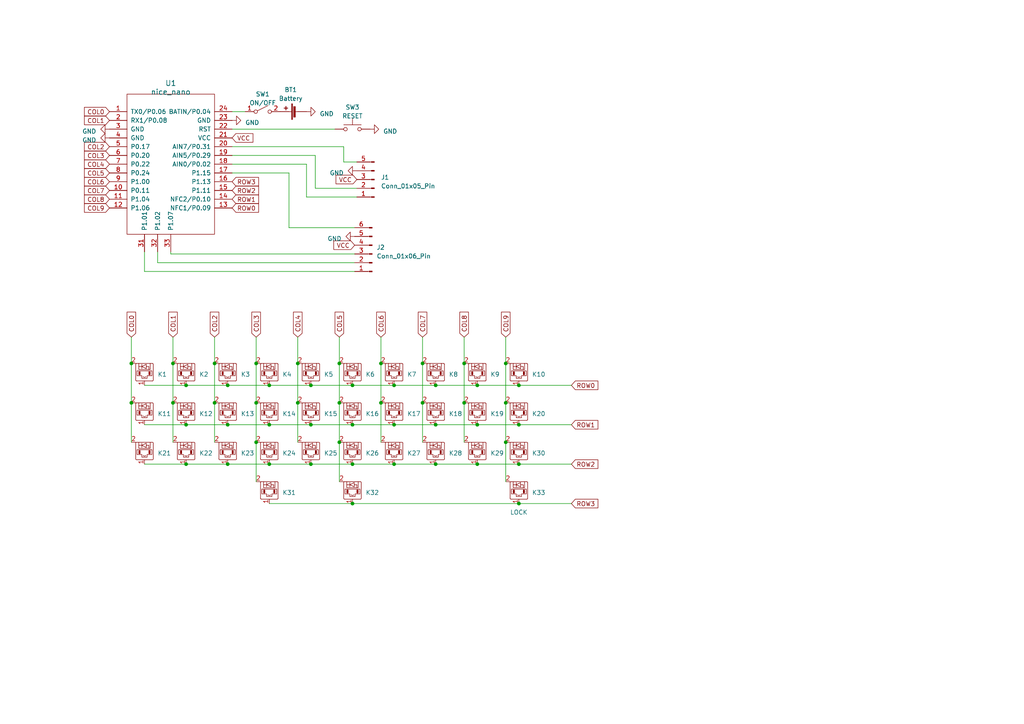
<source format=kicad_sch>
(kicad_sch (version 20230121) (generator eeschema)
  (paper "A4")
  (title_block (title "Micro Qwertz Keyboard PCB"))
  (lib_symbols
    (symbol "Connector:Conn_01x05_Pin" (pin_names (offset 1.016) hide)
      (property "Reference" "J" (at 0 7.62 0))
      (property "Value" "Conn_01x05_Pin" (at 0 -7.62 0))
      (symbol "Conn_01x05_Pin_1_1"
        (polyline (pts (xy 1.27 -5.08) (xy 0.8636 -5.08)) (stroke (width 0.1524)))
        (polyline (pts (xy 1.27 -2.54) (xy 0.8636 -2.54)) (stroke (width 0.1524)))
        (polyline (pts (xy 1.27 0) (xy 0.8636 0)) (stroke (width 0.1524)))
        (polyline (pts (xy 1.27 2.54) (xy 0.8636 2.54)) (stroke (width 0.1524)))
        (polyline (pts (xy 1.27 5.08) (xy 0.8636 5.08)) (stroke (width 0.1524)))
        (rectangle (start 0.8636 -4.953) (end 0 -5.207) (stroke (width 0.1524)) (fill (type outline)))
        (rectangle (start 0.8636 -2.413) (end 0 -2.667) (stroke (width 0.1524)) (fill (type outline)))
        (rectangle (start 0.8636 0.127) (end 0 -0.127) (stroke (width 0.1524)) (fill (type outline)))
        (rectangle (start 0.8636 2.667) (end 0 2.413) (stroke (width 0.1524)) (fill (type outline)))
        (rectangle (start 0.8636 5.207) (end 0 4.953) (stroke (width 0.1524)) (fill (type outline)))
        (pin passive line (at 5.08 5.08 180) (length 3.81) (name "Pin_1") (number "1"))
        (pin passive line (at 5.08 2.54 180) (length 3.81) (name "Pin_2") (number "2"))
        (pin passive line (at 5.08 0 180) (length 3.81) (name "Pin_3") (number "3"))
        (pin passive line (at 5.08 -2.54 180) (length 3.81) (name "Pin_4") (number "4"))
        (pin passive line (at 5.08 -5.08 180) (length 3.81) (name "Pin_5") (number "5"))
      )
    )
    (symbol "Connector:Conn_01x06_Pin" (pin_names (offset 1.016) hide)
      (property "Reference" "J" (at 0 7.62 0))
      (property "Value" "Conn_01x06_Pin" (at 0 -10.16 0))
      (symbol "Conn_01x06_Pin_1_1"
        (polyline (pts (xy 1.27 -7.62) (xy 0.8636 -7.62)) (stroke (width 0.1524)))
        (polyline (pts (xy 1.27 -5.08) (xy 0.8636 -5.08)) (stroke (width 0.1524)))
        (polyline (pts (xy 1.27 -2.54) (xy 0.8636 -2.54)) (stroke (width 0.1524)))
        (polyline (pts (xy 1.27 0) (xy 0.8636 0)) (stroke (width 0.1524)))
        (polyline (pts (xy 1.27 2.54) (xy 0.8636 2.54)) (stroke (width 0.1524)))
        (polyline (pts (xy 1.27 5.08) (xy 0.8636 5.08)) (stroke (width 0.1524)))
        (rectangle (start 0.8636 -7.493) (end 0 -7.747) (stroke (width 0.1524)) (fill (type outline)))
        (rectangle (start 0.8636 -4.953) (end 0 -5.207) (stroke (width 0.1524)) (fill (type outline)))
        (rectangle (start 0.8636 -2.413) (end 0 -2.667) (stroke (width 0.1524)) (fill (type outline)))
        (rectangle (start 0.8636 0.127) (end 0 -0.127) (stroke (width 0.1524)) (fill (type outline)))
        (rectangle (start 0.8636 2.667) (end 0 2.413) (stroke (width 0.1524)) (fill (type outline)))
        (rectangle (start 0.8636 5.207) (end 0 4.953) (stroke (width 0.1524)) (fill (type outline)))
        (pin passive line (at 5.08 5.08 180) (length 3.81) (name "Pin_1") (number "1"))
        (pin passive line (at 5.08 2.54 180) (length 3.81) (name "Pin_2") (number "2"))
        (pin passive line (at 5.08 0 180) (length 3.81) (name "Pin_3") (number "3"))
        (pin passive line (at 5.08 -2.54 180) (length 3.81) (name "Pin_4") (number "4"))
        (pin passive line (at 5.08 -5.08 180) (length 3.81) (name "Pin_5") (number "5"))
        (pin passive line (at 5.08 -7.62 180) (length 3.81) (name "Pin_6") (number "6"))
      )
    )
    (symbol "Device:Battery_Cell" (pin_numbers hide) (pin_names (offset 0) hide)
      (property "Reference" "BT" (at 2.54 2.54 0))
      (property "Value" "Battery_Cell" (at 2.54 0 0))
      (symbol "Battery_Cell_0_1"
        (rectangle (start -2.286 1.778) (end 2.286 1.524) (fill (type outline)))
        (rectangle (start -1.5748 1.1938) (end 1.4732 0.6858) (fill (type outline)))
        (polyline (pts (xy 0 0.762) (xy 0 0)))
        (polyline (pts (xy 0 1.778) (xy 0 2.54)))
        (polyline (pts (xy 0.508 3.429) (xy 1.524 3.429)) (stroke (width 0.254)))
        (polyline (pts (xy 1.016 3.937) (xy 1.016 2.921)) (stroke (width 0.254)))
      )
      (symbol "Battery_Cell_1_1"
        (pin passive line (at 0 5.08 270) (length 2.54) (name "+") (number "1"))
        (pin passive line (at 0 -2.54 90) (length 2.54) (name "-") (number "2"))
      )
    )
    (symbol "Switch:SW_Push" (pin_numbers hide) (pin_names (offset 1.016) hide)
      (property "Reference" "SW" (at 1.27 2.54 0))
      (property "Value" "SW_Push" (at 0 -1.524 0))
      (symbol "SW_Push_0_1"
        (circle (center -2.032 0) (radius 0.508))
        (polyline (pts (xy 0 1.27) (xy 0 3.048)))
        (polyline (pts (xy 2.54 1.27) (xy -2.54 1.27)))
        (circle (center 2.032 0) (radius 0.508))
        (pin passive line (at -5.08 0 0) (length 2.54) (name "1") (number "1"))
        (pin passive line (at 5.08 0 180) (length 2.54) (name "2") (number "2"))
      )
    )
    (symbol "Switch:SW_SPST" (pin_names (offset 0) hide)
      (property "Reference" "SW" (at 0 3.175 0))
      (property "Value" "SW_SPST" (at 0 -2.54 0))
      (symbol "SW_SPST_0_0"
        (circle (center -2.032 0) (radius 0.508))
        (polyline (pts (xy -1.524 0.254) (xy 1.524 1.778)))
        (circle (center 2.032 0) (radius 0.508))
      )
      (symbol "SW_SPST_1_1"
        (pin passive line (at -5.08 0 0) (length 2.54) (name "A") (number "1"))
        (pin passive line (at 5.08 0 180) (length 2.54) (name "B") (number "2"))
      )
    )
    (symbol "diode-choc:diode-choc" (pin_names (offset 1.016))
      (property "Reference" "K" (at 0 3.81 0))
      (symbol "diode-choc_0_1"
        (arc (start -2.54 -2.286) (mid -2.4656 -2.4656) (end -2.286 -2.54))
        (arc (start -2.286 2.54) (mid -2.4656 2.4656) (end -2.54 2.286))
        (rectangle (start -1.651 0.127) (end -1.27 -0.762) (fill (type outline)))
        (arc (start -0.381 -1.27) (mid 0 -1.4739) (end 0.381 -1.27))
        (polyline (pts (xy -2.54 2.286) (xy -2.54 -2.286)))
        (polyline (pts (xy -2.286 -2.54) (xy 2.286 -2.54)))
        (polyline (pts (xy -2.286 2.54) (xy 2.286 2.54)))
        (polyline (pts (xy -1.651 1.651) (xy -0.762 1.651)))
        (polyline (pts (xy -0.762 2.286) (xy -0.762 1.016)))
        (polyline (pts (xy 2.54 -2.286) (xy 2.54 2.286)))
        (polyline (pts (xy 0.508 1.651) (xy 1.27 1.651) (xy 1.27 0.762)))
        (polyline (pts (xy -1.651 2.54) (xy -1.651 0.762) (xy 1.651 0.762) (xy 1.651 2.54)))
        (polyline (pts (xy -0.762 1.651) (xy 0.508 2.286) (xy 0.508 1.016) (xy -0.762 1.651)))
        (polyline (pts (xy -2.159 0.381) (xy -2.159 -1.016) (xy -0.762 -1.016) (xy -0.762 -1.778) (xy 0.762 -1.778) (xy 0.762 -1.016) (xy 2.159 -1.016) (xy 2.159 0.381) (xy -2.159 0.381)))
        (arc (start 2.286 -2.54) (mid 2.4656 -2.4656) (end 2.54 -2.286))
        (arc (start 2.54 2.286) (mid 2.4656 2.4656) (end 2.286 2.54))
      )
      (symbol "diode-choc_1_1"
        (rectangle (start 1.27 0.127) (end 1.651 -0.762) (fill (type outline)))
        (pin input line (at 0 -3.81 90) (length 1.27) (name "~") (number "1"))
        (pin output line (at -3.81 2.54 0) (length 1.27) (name "~") (number "2"))
      )
    )
    (symbol "nice_nano:nice_nano" (pin_names (offset 1.016))
      (property "Reference" "U" (at 0 0 0))
      (property "Value" "nice_nano" (at 0 2.54 0))
      (symbol "nice_nano_0_1"
        (rectangle (start -12.7 -21.59) (end 12.7 19.05))
      )
      (symbol "nice_nano_1_1"
        (pin input line (at -17.78 13.97 0) (length 5.08) (name "TX0/P0.06") (number "1"))
        (pin input line (at -17.78 -8.89 0) (length 5.08) (name "P0.11") (number "10"))
        (pin input line (at -17.78 -11.43 0) (length 5.08) (name "P1.04") (number "11"))
        (pin input line (at -17.78 -13.97 0) (length 5.08) (name "P1.06") (number "12"))
        (pin input line (at 17.78 -13.97 180) (length 5.08) (name "NFC1/P0.09") (number "13"))
        (pin input line (at 17.78 -11.43 180) (length 5.08) (name "NFC2/P0.10") (number "14"))
        (pin input line (at 17.78 -8.89 180) (length 5.08) (name "P1.11") (number "15"))
        (pin input line (at 17.78 -6.35 180) (length 5.08) (name "P1.13") (number "16"))
        (pin input line (at 17.78 -3.81 180) (length 5.08) (name "P1.15") (number "17"))
        (pin input line (at 17.78 -1.27 180) (length 5.08) (name "AIN0/P0.02") (number "18"))
        (pin input line (at 17.78 1.27 180) (length 5.08) (name "AIN5/P0.29") (number "19"))
        (pin input line (at -17.78 11.43 0) (length 5.08) (name "RX1/P0.08") (number "2"))
        (pin input line (at 17.78 3.81 180) (length 5.08) (name "AIN7/P0.31") (number "20"))
        (pin input line (at 17.78 6.35 180) (length 5.08) (name "VCC") (number "21"))
        (pin input line (at 17.78 8.89 180) (length 5.08) (name "RST") (number "22"))
        (pin input line (at 17.78 11.43 180) (length 5.08) (name "GND") (number "23"))
        (pin input line (at 17.78 13.97 180) (length 5.08) (name "BATIN/P0.04") (number "24"))
        (pin input line (at -17.78 8.89 0) (length 5.08) (name "GND") (number "3"))
        (pin input line (at -7.62 -26.67 90) (length 5.08) (name "P1.01") (number "31"))
        (pin input line (at -3.81 -26.67 90) (length 5.08) (name "P1.02") (number "32"))
        (pin input line (at 0 -26.67 90) (length 5.08) (name "P1.07") (number "33"))
        (pin input line (at -17.78 6.35 0) (length 5.08) (name "GND") (number "4"))
        (pin input line (at -17.78 3.81 0) (length 5.08) (name "P0.17") (number "5"))
        (pin input line (at -17.78 1.27 0) (length 5.08) (name "P0.20") (number "6"))
        (pin input line (at -17.78 -1.27 0) (length 5.08) (name "P0.22") (number "7"))
        (pin input line (at -17.78 -3.81 0) (length 5.08) (name "P0.24") (number "8"))
        (pin input line (at -17.78 -6.35 0) (length 5.08) (name "P1.00") (number "9"))
      )
    )
    (symbol "power:GND" (power) (pin_names (offset 0))
      (property "Value" "GND" (at 0 -3.81 0))
      (symbol "GND_0_1"
        (polyline (pts (xy 0 0) (xy 0 -1.27) (xy 1.27 -1.27) (xy 0 -2.54) (xy -1.27 -1.27) (xy 0 -1.27)))
      )
      (symbol "GND_1_1"
        (pin power_in line (at 0 0 270) (length 0) hide (name "GND") (number "1"))
      )
    )
  )
  (junction (at 134.62 116.84))
  (junction (at 62.23 105.41))
  (junction (at 78.105 123.19))
  (junction (at 90.17 111.76))
  (junction (at 150.495 123.19))
  (junction (at 126.365 111.76))
  (junction (at 126.365 123.19))
  (junction (at 102.235 146.05))
  (junction (at 53.975 111.76))
  (junction (at 74.295 116.84))
  (junction (at 122.555 105.41))
  (junction (at 102.235 123.19))
  (junction (at 146.685 105.41))
  (junction (at 50.165 116.84))
  (junction (at 126.365 134.62))
  (junction (at 50.165 105.41))
  (junction (at 138.43 111.76))
  (junction (at 78.105 134.62))
  (junction (at 110.49 116.84))
  (junction (at 98.425 128.27))
  (junction (at 98.425 116.84))
  (junction (at 138.43 123.19))
  (junction (at 53.975 134.62))
  (junction (at 114.3 134.62))
  (junction (at 90.17 134.62))
  (junction (at 150.495 134.62))
  (junction (at 86.36 105.41))
  (junction (at 150.495 146.05))
  (junction (at 114.3 123.19))
  (junction (at 138.43 134.62))
  (junction (at 38.1 116.84))
  (junction (at 134.62 105.41))
  (junction (at 110.49 105.41))
  (junction (at 114.3 111.76))
  (junction (at 53.975 123.19))
  (junction (at 62.23 116.84))
  (junction (at 98.425 105.41))
  (junction (at 74.295 128.27))
  (junction (at 146.685 116.84))
  (junction (at 86.36 116.84))
  (junction (at 150.495 111.76))
  (junction (at 38.1 105.41))
  (junction (at 66.04 134.62))
  (junction (at 146.685 128.27))
  (junction (at 102.235 134.62))
  (junction (at 122.555 116.84))
  (junction (at 74.295 105.41))
  (junction (at 66.04 123.19))
  (junction (at 102.235 111.76))
  (junction (at 90.17 123.19))
  (junction (at 78.105 111.76))
  (junction (at 66.04 111.76))
  (wire (pts (xy 86.36 116.84) (xy 86.36 128.27)))
  (wire (pts (xy 41.91 78.74) (xy 41.91 73.025)))
  (wire (pts (xy 134.62 97.79) (xy 134.62 105.41)))
  (wire (pts (xy 62.23 105.41) (xy 62.23 116.84)))
  (wire (pts (xy 110.49 97.79) (xy 110.49 105.41)))
  (wire (pts (xy 78.105 111.76) (xy 90.17 111.76)))
  (wire (pts (xy 66.04 134.62) (xy 78.105 134.62)))
  (wire (pts (xy 102.235 123.19) (xy 114.3 123.19)))
  (wire (pts (xy 126.365 134.62) (xy 138.43 134.62)))
  (wire (pts (xy 67.31 47.625) (xy 88.9 47.625)))
  (wire (pts (xy 78.105 146.05) (xy 102.235 146.05)))
  (wire (pts (xy 74.295 105.41) (xy 74.295 116.84)))
  (wire (pts (xy 67.31 50.165) (xy 83.82 50.165)))
  (wire (pts (xy 86.36 105.41) (xy 86.36 116.84)))
  (wire (pts (xy 99.695 46.99) (xy 103.505 46.99)))
  (wire (pts (xy 41.91 123.19) (xy 53.975 123.19)))
  (wire (pts (xy 98.425 97.79) (xy 98.425 105.41)))
  (wire (pts (xy 50.165 97.79) (xy 50.165 105.41)))
  (wire (pts (xy 53.975 111.76) (xy 66.04 111.76)))
  (wire (pts (xy 71.12 32.385) (xy 67.31 32.385)))
  (wire (pts (xy 110.49 116.84) (xy 110.49 128.27)))
  (wire (pts (xy 67.31 37.465) (xy 97.155 37.465)))
  (wire (pts (xy 83.82 66.04) (xy 102.87 66.04)))
  (wire (pts (xy 102.235 111.76) (xy 114.3 111.76)))
  (wire (pts (xy 66.04 111.76) (xy 78.105 111.76)))
  (wire (pts (xy 114.3 134.62) (xy 126.365 134.62)))
  (wire (pts (xy 53.975 134.62) (xy 66.04 134.62)))
  (wire (pts (xy 126.365 123.19) (xy 138.43 123.19)))
  (wire (pts (xy 90.17 111.76) (xy 102.235 111.76)))
  (wire (pts (xy 66.04 123.19) (xy 78.105 123.19)))
  (wire (pts (xy 41.91 134.62) (xy 53.975 134.62)))
  (wire (pts (xy 146.685 105.41) (xy 146.685 116.84)))
  (wire (pts (xy 150.495 123.19) (xy 165.735 123.19)))
  (wire (pts (xy 114.3 123.19) (xy 126.365 123.19)))
  (wire (pts (xy 90.17 123.19) (xy 102.235 123.19)))
  (wire (pts (xy 146.685 116.84) (xy 146.685 128.27)))
  (wire (pts (xy 91.44 54.61) (xy 103.505 54.61)))
  (wire (pts (xy 138.43 123.19) (xy 150.495 123.19)))
  (wire (pts (xy 67.31 42.545) (xy 99.695 42.545)))
  (wire (pts (xy 150.495 146.05) (xy 165.735 146.05)))
  (wire (pts (xy 102.87 78.74) (xy 41.91 78.74)))
  (wire (pts (xy 38.1 116.84) (xy 38.1 128.27)))
  (wire (pts (xy 90.17 134.62) (xy 102.235 134.62)))
  (wire (pts (xy 122.555 116.84) (xy 122.555 128.27)))
  (wire (pts (xy 88.9 57.15) (xy 103.505 57.15)))
  (wire (pts (xy 102.235 146.05) (xy 150.495 146.05)))
  (wire (pts (xy 78.105 134.62) (xy 90.17 134.62)))
  (wire (pts (xy 86.36 97.79) (xy 86.36 105.41)))
  (wire (pts (xy 98.425 116.84) (xy 98.425 128.27)))
  (wire (pts (xy 88.9 47.625) (xy 88.9 57.15)))
  (wire (pts (xy 41.91 111.76) (xy 53.975 111.76)))
  (wire (pts (xy 122.555 97.79) (xy 122.555 105.41)))
  (wire (pts (xy 126.365 111.76) (xy 138.43 111.76)))
  (wire (pts (xy 83.82 50.165) (xy 83.82 66.04)))
  (wire (pts (xy 102.235 134.62) (xy 114.3 134.62)))
  (wire (pts (xy 114.3 111.76) (xy 126.365 111.76)))
  (wire (pts (xy 138.43 134.62) (xy 150.495 134.62)))
  (wire (pts (xy 74.295 116.84) (xy 74.295 128.27)))
  (wire (pts (xy 45.72 76.2) (xy 102.87 76.2)))
  (wire (pts (xy 138.43 111.76) (xy 150.495 111.76)))
  (wire (pts (xy 62.23 97.79) (xy 62.23 105.41)))
  (wire (pts (xy 38.1 105.41) (xy 38.1 116.84)))
  (wire (pts (xy 134.62 105.41) (xy 134.62 116.84)))
  (wire (pts (xy 110.49 105.41) (xy 110.49 116.84)))
  (wire (pts (xy 67.31 45.085) (xy 91.44 45.085)))
  (wire (pts (xy 49.53 73.66) (xy 102.87 73.66)))
  (wire (pts (xy 91.44 45.085) (xy 91.44 54.61)))
  (wire (pts (xy 150.495 111.76) (xy 165.735 111.76)))
  (wire (pts (xy 146.685 97.79) (xy 146.685 105.41)))
  (wire (pts (xy 53.975 123.19) (xy 66.04 123.19)))
  (wire (pts (xy 74.295 128.27) (xy 74.295 139.7)))
  (wire (pts (xy 45.72 73.025) (xy 45.72 76.2)))
  (wire (pts (xy 99.695 42.545) (xy 99.695 46.99)))
  (wire (pts (xy 98.425 105.41) (xy 98.425 116.84)))
  (wire (pts (xy 150.495 134.62) (xy 165.735 134.62)))
  (wire (pts (xy 38.1 97.79) (xy 38.1 105.41)))
  (wire (pts (xy 146.685 128.27) (xy 146.685 139.7)))
  (wire (pts (xy 62.23 116.84) (xy 62.23 128.27)))
  (wire (pts (xy 50.165 116.84) (xy 50.165 128.27)))
  (wire (pts (xy 74.295 97.79) (xy 74.295 105.41)))
  (wire (pts (xy 134.62 116.84) (xy 134.62 128.27)))
  (wire (pts (xy 98.425 128.27) (xy 98.425 139.7)))
  (wire (pts (xy 78.105 123.19) (xy 90.17 123.19)))
  (wire (pts (xy 122.555 105.41) (xy 122.555 116.84)))
  (wire (pts (xy 50.165 105.41) (xy 50.165 116.84)))
  (wire (pts (xy 49.53 73.025) (xy 49.53 73.66)))
  (global_label "ROW0" (shape input) (at 67.31 60.325 0) (property "Intersheetrefs" "${INTERSHEET_REFS}" (effects hide)))
  (global_label "COL2" (shape input) (at 31.75 42.545 180) (property "Intersheetrefs" "${INTERSHEET_REFS}" (effects hide)))
  (global_label "COL6" (shape input) (at 31.75 52.705 180) (property "Intersheetrefs" "${INTERSHEET_REFS}" (effects hide)))
  (global_label "ROW1" (shape input) (at 165.735 123.19 0) (property "Intersheetrefs" "${INTERSHEET_REFS}" (effects hide)))
  (global_label "COL0" (shape input) (at 31.75 32.385 180) (property "Intersheetrefs" "${INTERSHEET_REFS}" (effects hide)))
  (global_label "VCC" (shape input) (at 103.505 52.07 180) (property "Intersheetrefs" "${INTERSHEET_REFS}" (effects hide)))
  (global_label "VCC" (shape input) (at 67.31 40.005 0) (property "Intersheetrefs" "${INTERSHEET_REFS}" (effects hide)))
  (global_label "COL9" (shape input) (at 31.75 60.325 180) (property "Intersheetrefs" "${INTERSHEET_REFS}" (effects hide)))
  (global_label "VCC" (shape input) (at 102.87 71.12 180) (property "Intersheetrefs" "${INTERSHEET_REFS}" (effects hide)))
  (global_label "COL4" (shape input) (at 86.36 97.79 90) (property "Intersheetrefs" "${INTERSHEET_REFS}" (effects hide)))
  (global_label "COL1" (shape input) (at 31.75 34.925 180) (property "Intersheetrefs" "${INTERSHEET_REFS}" (effects hide)))
  (global_label "COL6" (shape input) (at 110.49 97.79 90) (property "Intersheetrefs" "${INTERSHEET_REFS}" (effects hide)))
  (global_label "COL5" (shape input) (at 31.75 50.165 180) (property "Intersheetrefs" "${INTERSHEET_REFS}" (effects hide)))
  (global_label "COL3" (shape input) (at 31.75 45.085 180) (property "Intersheetrefs" "${INTERSHEET_REFS}" (effects hide)))
  (global_label "COL1" (shape input) (at 50.165 97.79 90) (property "Intersheetrefs" "${INTERSHEET_REFS}" (effects hide)))
  (global_label "COL4" (shape input) (at 31.75 47.625 180) (property "Intersheetrefs" "${INTERSHEET_REFS}" (effects hide)))
  (global_label "ROW0" (shape input) (at 165.735 111.76 0) (property "Intersheetrefs" "${INTERSHEET_REFS}" (effects hide)))
  (global_label "COL7" (shape input) (at 122.555 97.79 90) (property "Intersheetrefs" "${INTERSHEET_REFS}" (effects hide)))
  (global_label "ROW1" (shape input) (at 67.31 57.785 0) (property "Intersheetrefs" "${INTERSHEET_REFS}" (effects hide)))
  (global_label "COL2" (shape input) (at 62.23 97.79 90) (property "Intersheetrefs" "${INTERSHEET_REFS}" (effects hide)))
  (global_label "COL0" (shape input) (at 38.1 97.79 90) (property "Intersheetrefs" "${INTERSHEET_REFS}" (effects hide)))
  (global_label "ROW2" (shape input) (at 67.31 55.245 0) (property "Intersheetrefs" "${INTERSHEET_REFS}" (effects hide)))
  (global_label "COL8" (shape input) (at 31.75 57.785 180) (property "Intersheetrefs" "${INTERSHEET_REFS}" (effects hide)))
  (global_label "COL8" (shape input) (at 134.62 97.79 90) (property "Intersheetrefs" "${INTERSHEET_REFS}" (effects hide)))
  (global_label "ROW3" (shape input) (at 67.31 52.705 0) (property "Intersheetrefs" "${INTERSHEET_REFS}" (effects hide)))
  (global_label "ROW2" (shape input) (at 165.735 134.62 0) (property "Intersheetrefs" "${INTERSHEET_REFS}" (effects hide)))
  (global_label "COL7" (shape input) (at 31.75 55.245 180) (property "Intersheetrefs" "${INTERSHEET_REFS}" (effects hide)))
  (global_label "COL9" (shape input) (at 146.685 97.79 90) (property "Intersheetrefs" "${INTERSHEET_REFS}" (effects hide)))
  (global_label "COL3" (shape input) (at 74.295 97.79 90) (property "Intersheetrefs" "${INTERSHEET_REFS}" (effects hide)))
  (global_label "COL5" (shape input) (at 98.425 97.79 90) (property "Intersheetrefs" "${INTERSHEET_REFS}" (effects hide)))
  (global_label "ROW3" (shape input) (at 165.735 146.05 0) (property "Intersheetrefs" "${INTERSHEET_REFS}" (effects hide)))
  (symbol (lib_id "Switch:SW_SPST") (at 76.2 32.385 0) (unit 1)
    (property "Reference" "SW1" (at 76.2 27.305 0))
    (property "Value" "ON/OFF" (at 76.2 29.845 0))
    (property "Footprint" "Button_Switch_THT:SW_CuK_OS102011MA1QN1_SPDT_Angled" (effects hide))
  )
  (symbol (lib_id "diode-choc:diode-choc") (at 114.3 119.38 0) (unit 1)
    (property "Reference" "K17" (at 118.11 120.015 0) (effects (justify left)))
    (property "Value" "diode-choc" (effects hide))
    (property "Footprint" "pg1232:pg1232-D" (effects hide))
  )
  (symbol (lib_id "diode-choc:diode-choc") (at 90.17 130.81 0) (unit 1)
    (property "Reference" "K25" (at 93.98 131.445 0) (effects (justify left)))
    (property "Value" "diode-choc" (effects hide))
    (property "Footprint" "pg1232:pg1232-D" (effects hide))
  )
  (symbol (lib_id "diode-choc:diode-choc") (at 114.3 107.95 0) (unit 1)
    (property "Reference" "K7" (at 118.11 108.585 0) (effects (justify left)))
    (property "Value" "diode-choc" (effects hide))
    (property "Footprint" "pg1232:pg1232-D" (effects hide))
  )
  (symbol (lib_id "diode-choc:diode-choc") (at 41.91 130.81 0) (unit 1)
    (property "Reference" "K21" (at 45.72 131.445 0) (effects (justify left)))
    (property "Value" "diode-choc" (effects hide))
    (property "Footprint" "pg1232:pg1232-D" (effects hide))
  )
  (symbol (lib_id "power:GND") (at 103.505 49.53 270) (unit 1)
    (property "Reference" "#PWR06" (effects hide))
    (property "Value" "GND" (at 99.695 50.165 90) (effects (justify right)))
  )
  (symbol (lib_id "diode-choc:diode-choc") (at 90.17 119.38 0) (unit 1)
    (property "Reference" "K15" (at 93.98 120.015 0) (effects (justify left)))
    (property "Value" "diode-choc" (effects hide))
    (property "Footprint" "pg1232:pg1232-D" (effects hide))
  )
  (symbol (lib_id "Connector:Conn_01x06_Pin") (at 107.95 73.66 180) (unit 1)
    (property "Reference" "J2" (at 109.22 71.755 0) (effects (justify right)))
    (property "Value" "Conn_01x06_Pin" (at 109.22 74.295 0) (effects (justify right)))
    (property "Footprint" "Connector_PinSocket_2.54mm:PinSocket_1x06_P2.54mm_Vertical" (effects hide))
  )
  (symbol (lib_id "Connector:Conn_01x05_Pin") (at 108.585 52.07 180) (unit 1)
    (property "Reference" "J1" (at 110.49 51.435 0) (effects (justify right)))
    (property "Value" "Conn_01x05_Pin" (at 110.49 53.975 0) (effects (justify right)))
    (property "Footprint" "Connector_PinSocket_2.54mm:PinSocket_1x05_P2.54mm_Vertical" (effects hide))
  )
  (symbol (lib_id "diode-choc:diode-choc") (at 66.04 107.95 0) (unit 1)
    (property "Reference" "K3" (at 69.85 108.585 0) (effects (justify left)))
    (property "Value" "diode-choc" (effects hide))
    (property "Footprint" "pg1232:pg1232-D" (effects hide))
  )
  (symbol (lib_id "diode-choc:diode-choc") (at 78.105 142.24 0) (unit 1)
    (property "Reference" "K31" (at 81.915 142.875 0) (effects (justify left)))
    (property "Value" "diode-choc" (effects hide))
    (property "Footprint" "pg1232:pg1232-D" (effects hide))
  )
  (symbol (lib_id "diode-choc:diode-choc") (at 90.17 107.95 0) (unit 1)
    (property "Reference" "K5" (at 93.98 108.585 0) (effects (justify left)))
    (property "Value" "diode-choc" (effects hide))
    (property "Footprint" "pg1232:pg1232-D" (effects hide))
  )
  (symbol (lib_id "diode-choc:diode-choc") (at 150.495 142.24 0) (unit 1)
    (property "Reference" "K33" (at 154.305 142.875 0) (effects (justify left)))
    (property "Value" "LOCK" (at 150.495 148.59 0))
    (property "Footprint" "pg1350:pg1350-D" (effects hide))
  )
  (symbol (lib_id "diode-choc:diode-choc") (at 53.975 119.38 0) (unit 1)
    (property "Reference" "K12" (at 57.785 120.015 0) (effects (justify left)))
    (property "Value" "diode-choc" (effects hide))
    (property "Footprint" "pg1232:pg1232-D" (effects hide))
  )
  (symbol (lib_id "diode-choc:diode-choc") (at 126.365 130.81 0) (unit 1)
    (property "Reference" "K28" (at 130.175 131.445 0) (effects (justify left)))
    (property "Value" "diode-choc" (effects hide))
    (property "Footprint" "pg1232:pg1232-D" (effects hide))
  )
  (symbol (lib_id "diode-choc:diode-choc") (at 66.04 119.38 0) (unit 1)
    (property "Reference" "K13" (at 69.85 120.015 0) (effects (justify left)))
    (property "Value" "diode-choc" (effects hide))
    (property "Footprint" "pg1232:pg1232-D" (effects hide))
  )
  (symbol (lib_id "diode-choc:diode-choc") (at 41.91 107.95 0) (unit 1)
    (property "Reference" "K1" (at 45.72 108.585 0) (effects (justify left)))
    (property "Value" "diode-choc" (effects hide))
    (property "Footprint" "pg1232:pg1232-D" (effects hide))
  )
  (symbol (lib_id "diode-choc:diode-choc") (at 102.235 107.95 0) (unit 1)
    (property "Reference" "K6" (at 106.045 108.585 0) (effects (justify left)))
    (property "Value" "diode-choc" (effects hide))
    (property "Footprint" "pg1232:pg1232-D" (effects hide))
  )
  (symbol (lib_id "power:GND") (at 102.87 68.58 270) (unit 1)
    (property "Reference" "#PWR07" (effects hide))
    (property "Value" "GND" (at 99.06 69.215 90) (effects (justify right)))
  )
  (symbol (lib_id "diode-choc:diode-choc") (at 102.235 119.38 0) (unit 1)
    (property "Reference" "K16" (at 106.045 120.015 0) (effects (justify left)))
    (property "Value" "diode-choc" (effects hide))
    (property "Footprint" "pg1232:pg1232-D" (effects hide))
  )
  (symbol (lib_id "diode-choc:diode-choc") (at 53.975 130.81 0) (unit 1)
    (property "Reference" "K22" (at 57.785 131.445 0) (effects (justify left)))
    (property "Value" "diode-choc" (effects hide))
    (property "Footprint" "pg1232:pg1232-D" (effects hide))
  )
  (symbol (lib_id "diode-choc:diode-choc") (at 150.495 119.38 0) (unit 1)
    (property "Reference" "K20" (at 154.305 120.015 0) (effects (justify left)))
    (property "Value" "diode-choc" (effects hide))
    (property "Footprint" "pg1232:pg1232-D" (effects hide))
  )
  (symbol (lib_id "diode-choc:diode-choc") (at 138.43 107.95 0) (unit 1)
    (property "Reference" "K9" (at 142.24 108.585 0) (effects (justify left)))
    (property "Value" "diode-choc" (effects hide))
    (property "Footprint" "pg1232:pg1232-D" (effects hide))
  )
  (symbol (lib_id "diode-choc:diode-choc") (at 78.105 130.81 0) (unit 1)
    (property "Reference" "K24" (at 81.915 131.445 0) (effects (justify left)))
    (property "Value" "diode-choc" (effects hide))
    (property "Footprint" "pg1232:pg1232-D" (effects hide))
  )
  (symbol (lib_id "Switch:SW_Push") (at 102.235 37.465 0) (unit 1)
    (property "Reference" "SW3" (at 102.235 31.115 0))
    (property "Value" "RESET" (at 102.235 33.655 0))
    (property "Footprint" "Button_Switch_THT:SW_PUSH_6mm_H5mm" (effects hide))
  )
  (symbol (lib_id "power:GND") (at 88.9 32.385 90) (unit 1)
    (property "Reference" "#PWR05" (effects hide))
    (property "Value" "GND" (at 92.71 33.02 90) (effects (justify right)))
  )
  (symbol (lib_id "Device:Battery_Cell") (at 86.36 32.385 90) (unit 1)
    (property "Reference" "BT1" (at 84.328 26.035 90))
    (property "Value" "Battery" (at 84.328 28.575 90))
    (property "Footprint" "Connector_Wire:SolderWire-0.75sqmm_1x02_P7mm_D1.25mm_OD3.5mm" (effects hide))
  )
  (symbol (lib_id "diode-choc:diode-choc") (at 66.04 130.81 0) (unit 1)
    (property "Reference" "K23" (at 69.85 131.445 0) (effects (justify left)))
    (property "Value" "diode-choc" (effects hide))
    (property "Footprint" "pg1232:pg1232-D" (effects hide))
  )
  (symbol (lib_id "power:GND") (at 31.75 37.465 270) (unit 1)
    (property "Reference" "#PWR02" (effects hide))
    (property "Value" "GND" (at 27.94 38.1 90) (effects (justify right)))
  )
  (symbol (lib_id "diode-choc:diode-choc") (at 102.235 130.81 0) (unit 1)
    (property "Reference" "K26" (at 106.045 131.445 0) (effects (justify left)))
    (property "Value" "diode-choc" (effects hide))
    (property "Footprint" "pg1232:pg1232-D" (effects hide))
  )
  (symbol (lib_id "diode-choc:diode-choc") (at 150.495 130.81 0) (unit 1)
    (property "Reference" "K30" (at 154.305 131.445 0) (effects (justify left)))
    (property "Value" "diode-choc" (effects hide))
    (property "Footprint" "pg1232:pg1232-D" (effects hide))
  )
  (symbol (lib_id "diode-choc:diode-choc") (at 41.91 119.38 0) (unit 1)
    (property "Reference" "K11" (at 45.72 120.015 0) (effects (justify left)))
    (property "Value" "diode-choc" (effects hide))
    (property "Footprint" "pg1232:pg1232-D" (effects hide))
  )
  (symbol (lib_id "nice_nano:nice_nano") (at 49.53 46.355 0) (unit 1)
    (property "Reference" "U1" (at 49.53 24.13 0) (effects (font (size 1.524 1.524))))
    (property "Value" "nice_nano" (at 49.53 26.67 0) (effects (font (size 1.524 1.524))))
    (property "Footprint" "nice-nano-kicad:nice_nano" (effects hide))
  )
  (symbol (lib_id "diode-choc:diode-choc") (at 114.3 130.81 0) (unit 1)
    (property "Reference" "K27" (at 118.11 131.445 0) (effects (justify left)))
    (property "Value" "diode-choc" (effects hide))
    (property "Footprint" "pg1232:pg1232-D" (effects hide))
  )
  (symbol (lib_id "power:GND") (at 107.315 37.465 90) (unit 1)
    (property "Reference" "#PWR04" (effects hide))
    (property "Value" "GND" (at 111.125 38.1 90) (effects (justify right)))
  )
  (symbol (lib_id "diode-choc:diode-choc") (at 138.43 119.38 0) (unit 1)
    (property "Reference" "K19" (at 142.24 120.015 0) (effects (justify left)))
    (property "Value" "diode-choc" (effects hide))
    (property "Footprint" "pg1232:pg1232-D" (effects hide))
  )
  (symbol (lib_id "diode-choc:diode-choc") (at 150.495 107.95 0) (unit 1)
    (property "Reference" "K10" (at 154.305 108.585 0) (effects (justify left)))
    (property "Value" "diode-choc" (effects hide))
    (property "Footprint" "pg1232:pg1232-D" (effects hide))
  )
  (symbol (lib_id "diode-choc:diode-choc") (at 102.235 142.24 0) (unit 1)
    (property "Reference" "K32" (at 106.045 142.875 0) (effects (justify left)))
    (property "Value" "diode-choc" (effects hide))
    (property "Footprint" "pg1232:pg1232-D" (effects hide))
  )
  (symbol (lib_id "diode-choc:diode-choc") (at 126.365 107.95 0) (unit 1)
    (property "Reference" "K8" (at 130.175 108.585 0) (effects (justify left)))
    (property "Value" "diode-choc" (effects hide))
    (property "Footprint" "pg1232:pg1232-D" (effects hide))
  )
  (symbol (lib_id "diode-choc:diode-choc") (at 78.105 119.38 0) (unit 1)
    (property "Reference" "K14" (at 81.915 120.015 0) (effects (justify left)))
    (property "Value" "diode-choc" (effects hide))
    (property "Footprint" "pg1232:pg1232-D" (effects hide))
  )
  (symbol (lib_id "diode-choc:diode-choc") (at 53.975 107.95 0) (unit 1)
    (property "Reference" "K2" (at 57.785 108.585 0) (effects (justify left)))
    (property "Value" "diode-choc" (effects hide))
    (property "Footprint" "pg1232:pg1232-D" (effects hide))
  )
  (symbol (lib_id "power:GND") (at 67.31 34.925 90) (unit 1)
    (property "Reference" "#PWR01" (effects hide))
    (property "Value" "GND" (at 71.12 35.56 90) (effects (justify right)))
  )
  (symbol (lib_id "diode-choc:diode-choc") (at 138.43 130.81 0) (unit 1)
    (property "Reference" "K29" (at 142.24 131.445 0) (effects (justify left)))
    (property "Value" "diode-choc" (effects hide))
    (property "Footprint" "pg1232:pg1232-D" (effects hide))
  )
  (symbol (lib_id "diode-choc:diode-choc") (at 78.105 107.95 0) (unit 1)
    (property "Reference" "K4" (at 81.915 108.585 0) (effects (justify left)))
    (property "Value" "diode-choc" (effects hide))
    (property "Footprint" "pg1232:pg1232-D" (effects hide))
  )
  (symbol (lib_id "diode-choc:diode-choc") (at 126.365 119.38 0) (unit 1)
    (property "Reference" "K18" (at 130.175 120.015 0) (effects (justify left)))
    (property "Value" "diode-choc" (effects hide))
    (property "Footprint" "pg1232:pg1232-D" (effects hide))
  )
  (symbol (lib_id "power:GND") (at 31.75 40.005 270) (unit 1)
    (property "Reference" "#PWR03" (effects hide))
    (property "Value" "GND" (at 27.94 40.64 90) (effects (justify right)))
  )
)
</source>
